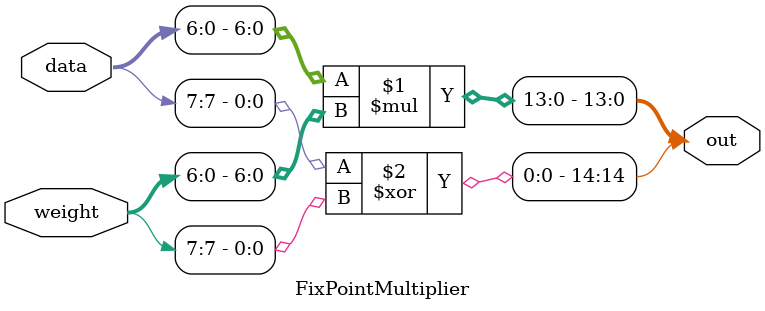
<source format=v>
module FixPointMultiplier (
    input   wire    [7:0]   data,
    input   wire    [7:0]   weight,
    output  wire    [14:0]   out
);

assign  out[13:0] = data[6:0] * weight[6:0];

assign  out[14] = data[7] ^ weight[7];

endmodule
</source>
